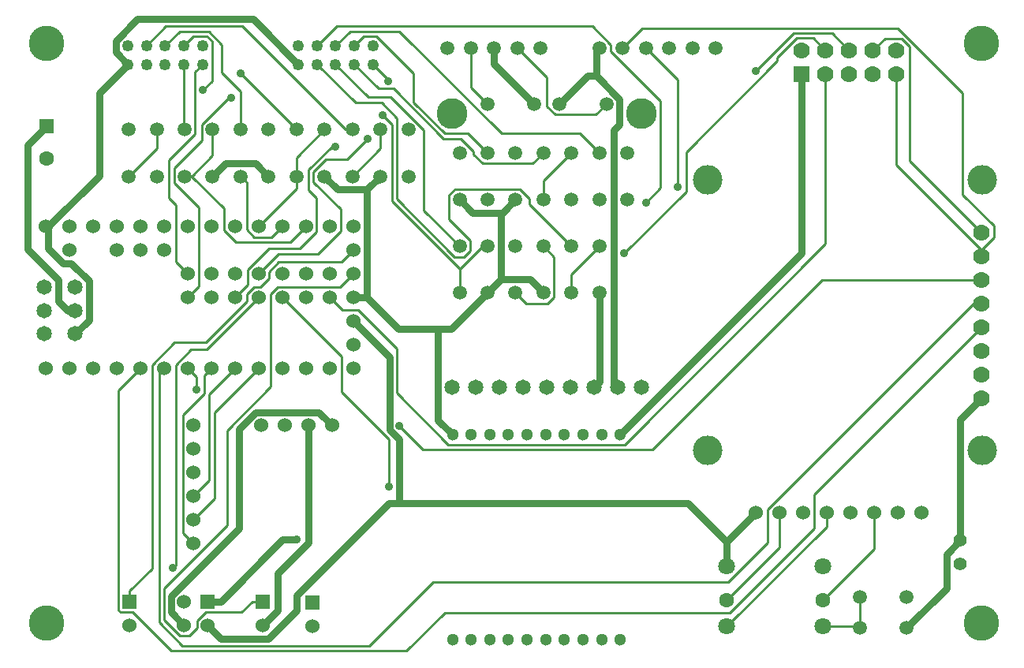
<source format=gbl>
G04 (created by PCBNEW (2013-jul-07)-stable) date Wed 10 Jun 2015 05:30:31 PM PDT*
%MOIN*%
G04 Gerber Fmt 3.4, Leading zero omitted, Abs format*
%FSLAX34Y34*%
G01*
G70*
G90*
G04 APERTURE LIST*
%ADD10C,0.00590551*%
%ADD11C,0.0511811*%
%ADD12C,0.06*%
%ADD13R,0.06X0.06*%
%ADD14C,0.0629921*%
%ADD15C,0.0708661*%
%ADD16C,0.065*%
%ADD17C,0.13*%
%ADD18C,0.07*%
%ADD19C,0.125*%
%ADD20R,0.063X0.063*%
%ADD21C,0.063*%
%ADD22R,0.07X0.07*%
%ADD23C,0.0590551*%
%ADD24C,0.0492126*%
%ADD25C,0.15*%
%ADD26C,0.055*%
%ADD27C,0.035*%
%ADD28C,0.03*%
%ADD29C,0.01*%
G04 APERTURE END LIST*
G54D10*
G54D11*
X35728Y-28051D03*
X34940Y-28051D03*
X34153Y-28051D03*
X33366Y-28051D03*
X32578Y-28051D03*
X31791Y-28051D03*
X31003Y-28051D03*
X30216Y-28051D03*
X29429Y-28051D03*
X28641Y-28051D03*
X28641Y-36712D03*
X29429Y-36712D03*
X30216Y-36712D03*
X31003Y-36712D03*
X31791Y-36712D03*
X32578Y-36712D03*
X33366Y-36712D03*
X34153Y-36712D03*
X34940Y-36712D03*
X35728Y-36712D03*
G54D12*
X20550Y-27650D03*
X21550Y-27650D03*
X22550Y-27650D03*
X23550Y-27650D03*
G54D13*
X18300Y-35100D03*
G54D12*
X18300Y-36100D03*
X17300Y-35100D03*
X17300Y-36100D03*
G54D13*
X20620Y-35100D03*
G54D12*
X20620Y-36100D03*
G54D13*
X22718Y-35129D03*
G54D12*
X22718Y-36129D03*
X17700Y-27650D03*
X17700Y-28650D03*
X17700Y-29650D03*
X17700Y-30650D03*
X17700Y-31650D03*
X17700Y-32650D03*
G54D14*
X40222Y-35050D03*
X44277Y-35050D03*
G54D15*
X40222Y-33593D03*
X40226Y-36152D03*
X44277Y-33593D03*
X44277Y-36152D03*
G54D16*
X12700Y-23780D03*
X12700Y-22800D03*
X12700Y-21820D03*
X11400Y-21820D03*
X11400Y-22800D03*
X11400Y-23780D03*
X28618Y-26043D03*
X29618Y-26043D03*
X30618Y-26043D03*
X31618Y-26043D03*
X32618Y-26043D03*
X33618Y-26043D03*
X34618Y-26043D03*
X35618Y-26043D03*
G54D17*
X28618Y-14483D03*
X36618Y-14483D03*
G54D16*
X36618Y-26043D03*
G54D18*
X51000Y-19500D03*
X51000Y-20500D03*
X51000Y-21500D03*
X51000Y-22500D03*
X51000Y-23500D03*
X51000Y-24500D03*
X51000Y-25500D03*
X51000Y-26500D03*
G54D19*
X51030Y-17290D03*
X51030Y-28710D03*
X39410Y-17290D03*
X39410Y-28710D03*
G54D20*
X11500Y-15011D03*
G54D21*
X11500Y-16389D03*
G54D13*
X15000Y-35100D03*
G54D12*
X15000Y-36100D03*
G54D22*
X43400Y-12800D03*
G54D18*
X43400Y-11800D03*
X44400Y-12800D03*
X44400Y-11800D03*
X45400Y-12800D03*
X45400Y-11800D03*
X46400Y-12800D03*
X46400Y-11800D03*
X47400Y-12800D03*
X47400Y-11800D03*
G54D12*
X11450Y-25250D03*
X12450Y-25250D03*
X13450Y-25250D03*
X14450Y-25250D03*
X15450Y-25250D03*
X16450Y-25250D03*
X17450Y-25250D03*
X18450Y-25250D03*
X19450Y-25250D03*
X20450Y-25250D03*
X21450Y-25250D03*
X22450Y-25250D03*
X23450Y-25250D03*
X24450Y-25250D03*
X24450Y-24250D03*
X24450Y-23250D03*
X24450Y-22250D03*
X24450Y-21250D03*
X24450Y-20250D03*
X24450Y-19250D03*
X23450Y-19250D03*
X22450Y-19250D03*
X21450Y-19250D03*
X20450Y-19250D03*
X19450Y-19250D03*
X18450Y-19250D03*
X17450Y-19250D03*
X16450Y-19250D03*
X15450Y-19250D03*
X14450Y-19250D03*
X13450Y-19250D03*
X12450Y-19250D03*
X11450Y-19250D03*
X17450Y-22250D03*
X18450Y-22250D03*
X19450Y-22250D03*
X20450Y-22250D03*
X21450Y-22250D03*
X22450Y-22250D03*
X23450Y-22250D03*
X23450Y-21250D03*
X22450Y-21250D03*
X21450Y-21250D03*
X20450Y-21250D03*
X19450Y-21250D03*
X18450Y-21250D03*
X17450Y-21250D03*
X16450Y-20250D03*
X15450Y-20250D03*
X14450Y-20250D03*
X12450Y-20250D03*
G54D23*
X16141Y-15157D03*
X16141Y-17125D03*
X17322Y-15157D03*
X17322Y-17125D03*
X18503Y-15157D03*
X18503Y-17125D03*
X19685Y-15157D03*
X19685Y-17125D03*
X20866Y-15157D03*
X20866Y-17125D03*
X22047Y-15157D03*
X22047Y-17125D03*
X23228Y-15157D03*
X23228Y-17125D03*
X24409Y-15157D03*
X24409Y-17125D03*
X25590Y-15157D03*
X25590Y-17125D03*
X26771Y-15157D03*
X26771Y-17125D03*
X28937Y-16141D03*
X28937Y-18110D03*
X14960Y-15157D03*
X14960Y-17125D03*
X31299Y-16141D03*
X31299Y-18110D03*
X32480Y-16141D03*
X32480Y-18110D03*
X33661Y-16141D03*
X33661Y-18110D03*
X34842Y-16141D03*
X34842Y-18110D03*
X36023Y-16141D03*
X36023Y-18110D03*
X28937Y-20078D03*
X28937Y-22047D03*
X30118Y-20078D03*
X30118Y-22047D03*
X31299Y-20078D03*
X31299Y-22047D03*
X32480Y-20078D03*
X32480Y-22047D03*
X33661Y-20078D03*
X33661Y-22047D03*
X34842Y-20078D03*
X34842Y-22047D03*
X30118Y-16141D03*
X30118Y-18110D03*
G54D24*
X22125Y-12393D03*
X22125Y-11606D03*
X22912Y-12393D03*
X22912Y-11606D03*
X23700Y-12393D03*
X23700Y-11606D03*
X24487Y-12393D03*
X24487Y-11606D03*
X25274Y-12393D03*
X25274Y-11606D03*
X14925Y-12393D03*
X14925Y-11606D03*
X15712Y-12393D03*
X15712Y-11606D03*
X16500Y-12393D03*
X16500Y-11606D03*
X17287Y-12393D03*
X17287Y-11606D03*
X18074Y-12393D03*
X18074Y-11606D03*
G54D25*
X11500Y-11500D03*
X11500Y-36000D03*
X51000Y-11500D03*
X51000Y-36000D03*
G54D23*
X33169Y-14074D03*
X35137Y-14074D03*
X32086Y-14074D03*
X30118Y-14074D03*
X45865Y-36200D03*
X47834Y-36200D03*
X47834Y-34900D03*
X45865Y-34900D03*
G54D12*
X48450Y-31350D03*
X47450Y-31350D03*
X41450Y-31350D03*
X42450Y-31350D03*
X43450Y-31350D03*
X44450Y-31350D03*
X45450Y-31350D03*
X46450Y-31350D03*
G54D23*
X28431Y-11700D03*
X29415Y-11700D03*
X30400Y-11700D03*
X31384Y-11700D03*
X32368Y-11700D03*
X39760Y-11700D03*
X34839Y-11700D03*
X35823Y-11700D03*
X36807Y-11700D03*
X37792Y-11700D03*
X38776Y-11700D03*
G54D26*
X50100Y-33500D03*
X50100Y-32500D03*
G54D27*
X22046Y-32490D03*
X19679Y-12789D03*
X25686Y-14545D03*
X25954Y-30229D03*
X17819Y-26152D03*
X26400Y-27665D03*
X38164Y-17572D03*
X23692Y-15863D03*
X25062Y-15537D03*
X41468Y-12678D03*
X25907Y-13092D03*
X19286Y-13813D03*
X35894Y-20386D03*
X18093Y-13472D03*
X36818Y-18230D03*
X16835Y-33686D03*
G54D28*
X43400Y-12800D02*
X43400Y-13400D01*
X18300Y-35100D02*
X18850Y-35100D01*
X21459Y-32490D02*
X22046Y-32490D01*
X18850Y-35100D02*
X21459Y-32490D01*
X43400Y-20379D02*
X35728Y-28051D01*
X43400Y-13400D02*
X43400Y-20379D01*
X22999Y-27099D02*
X23550Y-27650D01*
X20315Y-27099D02*
X22999Y-27099D01*
X19607Y-27807D02*
X20315Y-27099D01*
X19607Y-32014D02*
X19607Y-27807D01*
X16743Y-34878D02*
X19607Y-32014D01*
X16743Y-35543D02*
X16743Y-34878D01*
X17300Y-36100D02*
X16743Y-35543D01*
X41450Y-31350D02*
X40222Y-32577D01*
X40222Y-32577D02*
X40222Y-33593D01*
X25960Y-30928D02*
X26387Y-30928D01*
X22056Y-34832D02*
X25960Y-30928D01*
X22056Y-35469D02*
X22056Y-34832D01*
X20865Y-36660D02*
X22056Y-35469D01*
X18860Y-36660D02*
X20865Y-36660D01*
X18300Y-36100D02*
X18860Y-36660D01*
X38573Y-30928D02*
X40222Y-32577D01*
X26387Y-30928D02*
X38573Y-30928D01*
X26387Y-28254D02*
X26387Y-30928D01*
X25975Y-27841D02*
X26387Y-28254D01*
X25975Y-24775D02*
X25975Y-27841D01*
X24450Y-23250D02*
X25975Y-24775D01*
X34716Y-11823D02*
X34716Y-12880D01*
X34839Y-11700D02*
X34716Y-11823D01*
X34363Y-12880D02*
X34716Y-12880D01*
X33169Y-14074D02*
X34363Y-12880D01*
X35465Y-25890D02*
X35618Y-26043D01*
X35465Y-15172D02*
X35465Y-25890D01*
X35694Y-14943D02*
X35465Y-15172D01*
X35694Y-13858D02*
X35694Y-14943D01*
X34716Y-12880D02*
X35694Y-13858D01*
X11450Y-19250D02*
X11562Y-19250D01*
X13279Y-23200D02*
X12700Y-23780D01*
X13279Y-21557D02*
X13279Y-23200D01*
X12522Y-20800D02*
X13279Y-21557D01*
X12194Y-20800D02*
X12522Y-20800D01*
X11562Y-20168D02*
X12194Y-20800D01*
X11562Y-19250D02*
X11562Y-20168D01*
X13716Y-17095D02*
X11562Y-19250D01*
X13716Y-13602D02*
X13716Y-17095D01*
X14925Y-12393D02*
X13716Y-13602D01*
X14417Y-11885D02*
X14925Y-12393D01*
X14417Y-11403D02*
X14417Y-11885D01*
X15333Y-10487D02*
X14417Y-11403D01*
X20219Y-10487D02*
X15333Y-10487D01*
X22125Y-12393D02*
X20219Y-10487D01*
X30400Y-12388D02*
X30400Y-11700D01*
X32086Y-14074D02*
X30400Y-12388D01*
G54D29*
X15000Y-35100D02*
X15000Y-34649D01*
X15950Y-33699D02*
X15000Y-34649D01*
X15950Y-25106D02*
X15950Y-33699D01*
X16902Y-24154D02*
X15950Y-25106D01*
X18205Y-24154D02*
X16902Y-24154D01*
X19950Y-22410D02*
X18205Y-24154D01*
X19950Y-22113D02*
X19950Y-22410D01*
X20263Y-21799D02*
X19950Y-22113D01*
X20536Y-21799D02*
X20263Y-21799D01*
X20900Y-21436D02*
X20536Y-21799D01*
X20900Y-21158D02*
X20900Y-21436D01*
X21301Y-20757D02*
X20900Y-21158D01*
X23942Y-20757D02*
X21301Y-20757D01*
X24450Y-20250D02*
X23942Y-20757D01*
X17287Y-15122D02*
X17322Y-15157D01*
X17287Y-12393D02*
X17287Y-15122D01*
X17322Y-17125D02*
X17632Y-17125D01*
X18503Y-16254D02*
X17632Y-17125D01*
X18503Y-15157D02*
X18503Y-16254D01*
X18979Y-18472D02*
X17632Y-17125D01*
X18979Y-19419D02*
X18979Y-18472D01*
X19482Y-19922D02*
X18979Y-19419D01*
X21777Y-19922D02*
X19482Y-19922D01*
X22450Y-19250D02*
X21777Y-19922D01*
X22047Y-15157D02*
X19679Y-12789D01*
X22047Y-17652D02*
X20450Y-19250D01*
X22047Y-17125D02*
X22047Y-17652D01*
X22047Y-16338D02*
X22047Y-17125D01*
X23228Y-15157D02*
X22047Y-16338D01*
X25518Y-13424D02*
X24487Y-12393D01*
X26140Y-13424D02*
X25518Y-13424D01*
X28243Y-15528D02*
X26140Y-13424D01*
X28971Y-15528D02*
X28243Y-15528D01*
X29527Y-16084D02*
X28971Y-15528D01*
X29527Y-16210D02*
X29527Y-16084D01*
X29908Y-16591D02*
X29527Y-16210D01*
X32030Y-16591D02*
X29908Y-16591D01*
X32480Y-16141D02*
X32030Y-16591D01*
X32480Y-17322D02*
X32480Y-18110D01*
X33661Y-16141D02*
X32480Y-17322D01*
X25079Y-13773D02*
X23700Y-12393D01*
X26022Y-13773D02*
X25079Y-13773D01*
X27417Y-15167D02*
X26022Y-13773D01*
X27417Y-18558D02*
X27417Y-15167D01*
X28937Y-20078D02*
X27417Y-18558D01*
X28937Y-21070D02*
X28952Y-21055D01*
X28937Y-22047D02*
X28937Y-21070D01*
X29929Y-20078D02*
X30118Y-20078D01*
X28952Y-21055D02*
X29929Y-20078D01*
X26073Y-14932D02*
X25686Y-14545D01*
X26073Y-18176D02*
X26073Y-14932D01*
X28952Y-21055D02*
X26073Y-18176D01*
X24539Y-14020D02*
X22912Y-12393D01*
X25639Y-14020D02*
X24539Y-14020D01*
X26284Y-14665D02*
X25639Y-14020D01*
X26284Y-18087D02*
X26284Y-14665D01*
X28733Y-20536D02*
X26284Y-18087D01*
X29128Y-20536D02*
X28733Y-20536D01*
X29398Y-20266D02*
X29128Y-20536D01*
X29398Y-19849D02*
X29398Y-20266D01*
X28486Y-18937D02*
X29398Y-19849D01*
X28486Y-17922D02*
X28486Y-18937D01*
X28744Y-17663D02*
X28486Y-17922D01*
X31487Y-17663D02*
X28744Y-17663D01*
X31889Y-18066D02*
X31487Y-17663D01*
X31889Y-18307D02*
X31889Y-18066D01*
X33661Y-20078D02*
X31889Y-18307D01*
X33661Y-21259D02*
X34842Y-20078D01*
X33661Y-22047D02*
X33661Y-21259D01*
X42450Y-32822D02*
X40222Y-35050D01*
X42450Y-31350D02*
X42450Y-32822D01*
X44450Y-31928D02*
X40226Y-36152D01*
X44450Y-31350D02*
X44450Y-31928D01*
X45865Y-36152D02*
X44277Y-36152D01*
X45865Y-34900D02*
X45865Y-36152D01*
X45865Y-36152D02*
X45865Y-36200D01*
X25954Y-28249D02*
X25954Y-30229D01*
X23950Y-26245D02*
X25954Y-28249D01*
X23950Y-24750D02*
X23950Y-26245D01*
X21450Y-22250D02*
X23950Y-24750D01*
X46450Y-32877D02*
X44277Y-35050D01*
X46450Y-31350D02*
X46450Y-32877D01*
X14533Y-26166D02*
X15450Y-25250D01*
X14533Y-35474D02*
X14533Y-26166D01*
X14609Y-35550D02*
X14533Y-35474D01*
X15104Y-35550D02*
X14609Y-35550D01*
X16739Y-37185D02*
X15104Y-35550D01*
X26703Y-37185D02*
X16739Y-37185D01*
X28317Y-35571D02*
X26703Y-37185D01*
X40364Y-35571D02*
X28317Y-35571D01*
X43921Y-32014D02*
X40364Y-35571D01*
X43921Y-30578D02*
X43921Y-32014D01*
X51000Y-23500D02*
X43921Y-30578D01*
X17819Y-25619D02*
X17819Y-26152D01*
X17450Y-25250D02*
X17819Y-25619D01*
X27397Y-28662D02*
X26400Y-27665D01*
X37099Y-28662D02*
X27397Y-28662D01*
X44262Y-21500D02*
X37099Y-28662D01*
X51000Y-21500D02*
X44262Y-21500D01*
X16240Y-25459D02*
X16450Y-25250D01*
X16240Y-35989D02*
X16240Y-25459D01*
X17222Y-36970D02*
X16240Y-35989D01*
X25111Y-36970D02*
X17222Y-36970D01*
X27819Y-34262D02*
X25111Y-36970D01*
X40290Y-34262D02*
X27819Y-34262D01*
X41950Y-32602D02*
X40290Y-34262D01*
X41950Y-31192D02*
X41950Y-32602D01*
X50642Y-22500D02*
X41950Y-31192D01*
X51000Y-22500D02*
X50642Y-22500D01*
X17248Y-32198D02*
X17700Y-32650D01*
X17248Y-27208D02*
X17248Y-32198D01*
X18161Y-26295D02*
X17248Y-27208D01*
X18161Y-25538D02*
X18161Y-26295D01*
X18450Y-25250D02*
X18161Y-25538D01*
X18599Y-30750D02*
X17700Y-31650D01*
X18599Y-27100D02*
X18599Y-30750D01*
X20450Y-25250D02*
X18599Y-27100D01*
X18361Y-29988D02*
X17700Y-30650D01*
X18361Y-26338D02*
X18361Y-29988D01*
X19450Y-25250D02*
X18361Y-26338D01*
X38164Y-13057D02*
X38164Y-17572D01*
X36807Y-11700D02*
X38164Y-13057D01*
X46906Y-11293D02*
X46400Y-11800D01*
X47605Y-11293D02*
X46906Y-11293D01*
X47965Y-11654D02*
X47605Y-11293D01*
X47965Y-16465D02*
X47965Y-11654D01*
X51000Y-19500D02*
X47965Y-16465D01*
X19999Y-21700D02*
X19450Y-22250D01*
X19999Y-21063D02*
X19999Y-21700D01*
X20897Y-20166D02*
X19999Y-21063D01*
X22198Y-20166D02*
X20897Y-20166D01*
X22900Y-19464D02*
X22198Y-20166D01*
X22900Y-18039D02*
X22900Y-19464D01*
X22569Y-17708D02*
X22900Y-18039D01*
X22569Y-16844D02*
X22569Y-17708D01*
X23550Y-15863D02*
X22569Y-16844D01*
X23692Y-15863D02*
X23550Y-15863D01*
X20620Y-35100D02*
X20170Y-35100D01*
X23900Y-21799D02*
X24450Y-21250D01*
X21263Y-21799D02*
X23900Y-21799D01*
X20950Y-22113D02*
X21263Y-21799D01*
X20950Y-26022D02*
X20950Y-22113D01*
X19107Y-27864D02*
X20950Y-26022D01*
X19107Y-31879D02*
X19107Y-27864D01*
X16443Y-34542D02*
X19107Y-31879D01*
X16443Y-35880D02*
X16443Y-34542D01*
X17117Y-36554D02*
X16443Y-35880D01*
X17506Y-36554D02*
X17117Y-36554D01*
X17849Y-36211D02*
X17506Y-36554D01*
X17849Y-35905D02*
X17849Y-36211D01*
X18205Y-35550D02*
X17849Y-35905D01*
X19720Y-35550D02*
X18205Y-35550D01*
X20170Y-35100D02*
X19720Y-35550D01*
X34691Y-14521D02*
X35137Y-14074D01*
X32983Y-14521D02*
X34691Y-14521D01*
X32627Y-14165D02*
X32983Y-14521D01*
X32627Y-12943D02*
X32627Y-14165D01*
X31384Y-11700D02*
X32627Y-12943D01*
X24202Y-16397D02*
X25062Y-15537D01*
X23300Y-16397D02*
X24202Y-16397D01*
X22769Y-16927D02*
X23300Y-16397D01*
X22769Y-17365D02*
X22769Y-16927D01*
X23914Y-18511D02*
X22769Y-17365D01*
X23914Y-19449D02*
X23914Y-18511D01*
X22960Y-20403D02*
X23914Y-19449D01*
X21296Y-20403D02*
X22960Y-20403D01*
X20450Y-21250D02*
X21296Y-20403D01*
X29415Y-13372D02*
X29415Y-11700D01*
X30118Y-14074D02*
X29415Y-13372D01*
X51505Y-19715D02*
X50993Y-20227D01*
X51505Y-19205D02*
X51505Y-19715D01*
X50199Y-17899D02*
X51505Y-19205D01*
X50199Y-13602D02*
X50199Y-17899D01*
X47464Y-10867D02*
X50199Y-13602D01*
X36656Y-10867D02*
X47464Y-10867D01*
X35823Y-11700D02*
X36656Y-10867D01*
X51000Y-20233D02*
X50993Y-20227D01*
X51000Y-20500D02*
X51000Y-20233D01*
X47400Y-16633D02*
X47400Y-12800D01*
X50993Y-20227D02*
X47400Y-16633D01*
X44685Y-11085D02*
X45400Y-11800D01*
X43061Y-11085D02*
X44685Y-11085D01*
X41468Y-12678D02*
X43061Y-11085D01*
X16950Y-20750D02*
X17450Y-21250D01*
X16950Y-18335D02*
X16950Y-20750D01*
X16667Y-18052D02*
X16950Y-18335D01*
X16667Y-16446D02*
X16667Y-18052D01*
X17768Y-15345D02*
X16667Y-16446D01*
X17768Y-12700D02*
X17768Y-15345D01*
X18074Y-12393D02*
X17768Y-12700D01*
X25907Y-13026D02*
X25907Y-13092D01*
X25274Y-12393D02*
X25907Y-13026D01*
X17918Y-21781D02*
X17450Y-22250D01*
X17918Y-18443D02*
X17918Y-21781D01*
X16871Y-17396D02*
X17918Y-18443D01*
X16871Y-16772D02*
X16871Y-17396D01*
X18050Y-15593D02*
X16871Y-16772D01*
X18050Y-14954D02*
X18050Y-15593D01*
X19191Y-13813D02*
X18050Y-14954D01*
X19286Y-13813D02*
X19191Y-13813D01*
X38516Y-17765D02*
X35894Y-20386D01*
X38516Y-16100D02*
X38516Y-17765D01*
X42361Y-12255D02*
X38516Y-16100D01*
X42361Y-12115D02*
X42361Y-12255D01*
X43191Y-11285D02*
X42361Y-12115D01*
X43885Y-11285D02*
X43191Y-11285D01*
X44400Y-11800D02*
X43885Y-11285D01*
X44400Y-19970D02*
X44400Y-12800D01*
X35911Y-28459D02*
X44400Y-19970D01*
X28469Y-28459D02*
X35911Y-28459D01*
X26278Y-26267D02*
X28469Y-28459D01*
X26278Y-24416D02*
X26278Y-26267D01*
X24649Y-22788D02*
X26278Y-24416D01*
X23988Y-22788D02*
X24649Y-22788D01*
X23450Y-22250D02*
X23988Y-22788D01*
X18471Y-13095D02*
X18093Y-13472D01*
X18471Y-11415D02*
X18471Y-13095D01*
X18256Y-11200D02*
X18471Y-11415D01*
X17693Y-11200D02*
X18256Y-11200D01*
X17287Y-11606D02*
X17693Y-11200D01*
X16141Y-15944D02*
X16141Y-15157D01*
X14960Y-17125D02*
X16141Y-15944D01*
X17105Y-11000D02*
X16500Y-11606D01*
X18339Y-11000D02*
X17105Y-11000D01*
X18900Y-11561D02*
X18339Y-11000D01*
X18900Y-12740D02*
X18900Y-11561D01*
X19685Y-13525D02*
X18900Y-12740D01*
X19685Y-15157D02*
X19685Y-13525D01*
X19950Y-17390D02*
X19685Y-17125D01*
X19950Y-19391D02*
X19950Y-17390D01*
X20267Y-19709D02*
X19950Y-19391D01*
X20990Y-19709D02*
X20267Y-19709D01*
X21450Y-19250D02*
X20990Y-19709D01*
X24130Y-15157D02*
X24409Y-15157D01*
X19762Y-10788D02*
X24130Y-15157D01*
X16530Y-10788D02*
X19762Y-10788D01*
X15712Y-11606D02*
X16530Y-10788D01*
X25590Y-15944D02*
X24409Y-17125D01*
X25590Y-15157D02*
X25590Y-15944D01*
X29282Y-15305D02*
X30118Y-16141D01*
X28304Y-15305D02*
X29282Y-15305D01*
X26991Y-13992D02*
X28304Y-15305D01*
X26991Y-12760D02*
X26991Y-13992D01*
X25426Y-11195D02*
X26991Y-12760D01*
X24898Y-11195D02*
X25426Y-11195D01*
X24487Y-11606D02*
X24898Y-11195D01*
X24310Y-10995D02*
X23700Y-11606D01*
X26394Y-10995D02*
X24310Y-10995D01*
X30708Y-15310D02*
X26394Y-10995D01*
X34010Y-15310D02*
X30708Y-15310D01*
X34842Y-16141D02*
X34010Y-15310D01*
X37424Y-17623D02*
X36818Y-18230D01*
X37424Y-13934D02*
X37424Y-17623D01*
X35331Y-11841D02*
X37424Y-13934D01*
X35331Y-11558D02*
X35331Y-11841D01*
X34548Y-10775D02*
X35331Y-11558D01*
X23743Y-10775D02*
X34548Y-10775D01*
X22912Y-11606D02*
X23743Y-10775D01*
X32932Y-20530D02*
X32480Y-20078D01*
X32932Y-22232D02*
X32932Y-20530D01*
X32664Y-22500D02*
X32932Y-22232D01*
X31752Y-22500D02*
X32664Y-22500D01*
X31299Y-22047D02*
X31752Y-22500D01*
G54D28*
X23789Y-17687D02*
X25028Y-17687D01*
X23228Y-17125D02*
X23789Y-17687D01*
X25028Y-17687D02*
X25590Y-17125D01*
X25028Y-17687D02*
X25028Y-22250D01*
X25028Y-22250D02*
X24450Y-22250D01*
X21260Y-35459D02*
X20620Y-36100D01*
X21260Y-33895D02*
X21260Y-35459D01*
X22550Y-32606D02*
X21260Y-33895D01*
X22550Y-27650D02*
X22550Y-32606D01*
X28022Y-27431D02*
X28022Y-23577D01*
X28641Y-28051D02*
X28022Y-27431D01*
X28587Y-23577D02*
X28022Y-23577D01*
X30118Y-22047D02*
X28587Y-23577D01*
X26356Y-23577D02*
X25028Y-22250D01*
X28022Y-23577D02*
X26356Y-23577D01*
X31922Y-21489D02*
X30676Y-21489D01*
X32480Y-22047D02*
X31922Y-21489D01*
X30676Y-21489D02*
X30118Y-22047D01*
X30676Y-18672D02*
X30676Y-21489D01*
X29498Y-18672D02*
X30676Y-18672D01*
X28937Y-18110D02*
X29498Y-18672D01*
X30737Y-18672D02*
X31299Y-18110D01*
X30676Y-18672D02*
X30737Y-18672D01*
X34842Y-25818D02*
X34842Y-22047D01*
X34618Y-26043D02*
X34842Y-25818D01*
X20318Y-16578D02*
X20866Y-17125D01*
X19051Y-16578D02*
X20318Y-16578D01*
X18503Y-17125D02*
X19051Y-16578D01*
X50100Y-27400D02*
X50100Y-32500D01*
X51000Y-26500D02*
X50100Y-27400D01*
X49506Y-34527D02*
X47834Y-36200D01*
X49506Y-33093D02*
X49506Y-34527D01*
X50100Y-32500D02*
X49506Y-33093D01*
G54D29*
X16958Y-33564D02*
X16835Y-33686D01*
X16958Y-25093D02*
X16958Y-33564D01*
X17596Y-24454D02*
X16958Y-25093D01*
X18245Y-24454D02*
X17596Y-24454D01*
X20450Y-22250D02*
X18245Y-24454D01*
G54D28*
X12700Y-22800D02*
X12400Y-22800D01*
X10700Y-15811D02*
X11500Y-15011D01*
X10700Y-20200D02*
X10700Y-15811D01*
X12000Y-21500D02*
X10700Y-20200D01*
X12000Y-22400D02*
X12000Y-21500D01*
X12400Y-22800D02*
X12000Y-22400D01*
M02*

</source>
